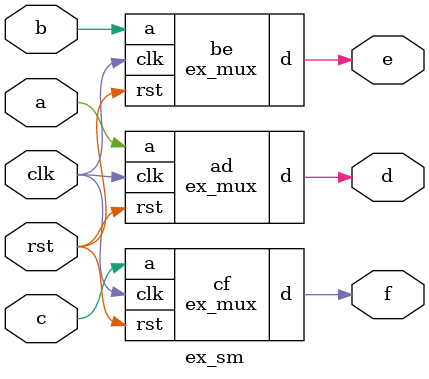
<source format=v>
`include "mux.v"
`include "adder.v"
`include "d_flip_flop.v"
module ex_mux(a, rst, clk, d);
	input a, rst, clk;
	output d;

    wire apd, fuckad, check_d, check_a, opt_d0, opt_d1, out_d, F_d;
    adder ad_ad(a, d, 1'b0, apd, fuckad);

    mux mpad0(apd, 1'b0, d, opt_d0);
    mux mpad1(apd, 1'b1, d, opt_d1);
    mux mpad(opt_d0, opt_d1, a, opt_d);
    mux mr(opt_d, 1'b0, rst, F_d);
    d_flip_flop dff(F_d, clk, d);
endmodule

module ex_sm(a, b, c, clk, rst, d, e, f);
    input a, b, c, clk, rst;
    output d, e, f;
    ex_mux ad(a, rst, clk, d);
    ex_mux be(b, rst, clk, e);
    ex_mux cf(c, rst, clk, f);
endmodule
</source>
